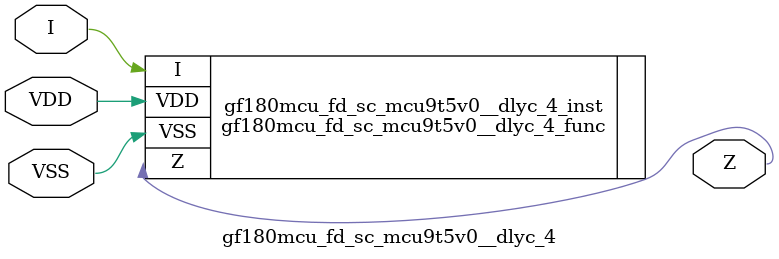
<source format=v>

module gf180mcu_fd_sc_mcu9t5v0__dlyc_4( I, Z, VDD, VSS );
input I;
inout VDD, VSS;
output Z;

   `ifdef FUNCTIONAL  //  functional //

	gf180mcu_fd_sc_mcu9t5v0__dlyc_4_func gf180mcu_fd_sc_mcu9t5v0__dlyc_4_behav_inst(.I(I),.Z(Z),.VDD(VDD),.VSS(VSS));

   `else

	gf180mcu_fd_sc_mcu9t5v0__dlyc_4_func gf180mcu_fd_sc_mcu9t5v0__dlyc_4_inst(.I(I),.Z(Z),.VDD(VDD),.VSS(VSS));

	// spec_gates_begin


	// spec_gates_end



   specify

	// specify_block_begin

	// comb arc I --> Z
	 (I => Z) = (1.0,1.0);

	// specify_block_end

   endspecify

   `endif

endmodule

</source>
